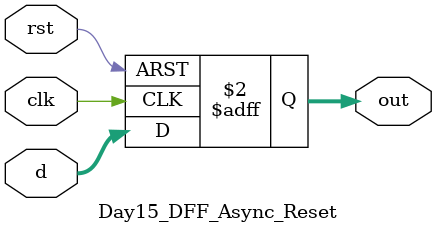
<source format=v>

module Day15_DFF_Async_Reset(input clk,
                            input rst,
                            input [3:0] d,
                            output reg [3:0] out);
  
  always @ (posedge clk or posedge rst)
    begin
      if (rst) out <= 4'b0000;
      else     out <= d;
    end
endmodule
</source>
